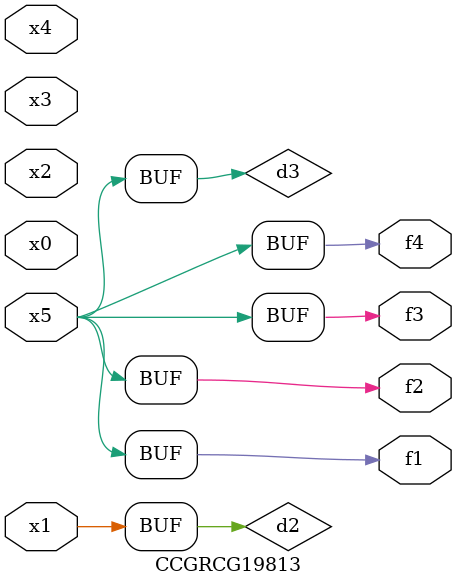
<source format=v>
module CCGRCG19813(
	input x0, x1, x2, x3, x4, x5,
	output f1, f2, f3, f4
);

	wire d1, d2, d3;

	not (d1, x5);
	or (d2, x1);
	xnor (d3, d1);
	assign f1 = d3;
	assign f2 = d3;
	assign f3 = d3;
	assign f4 = d3;
endmodule

</source>
